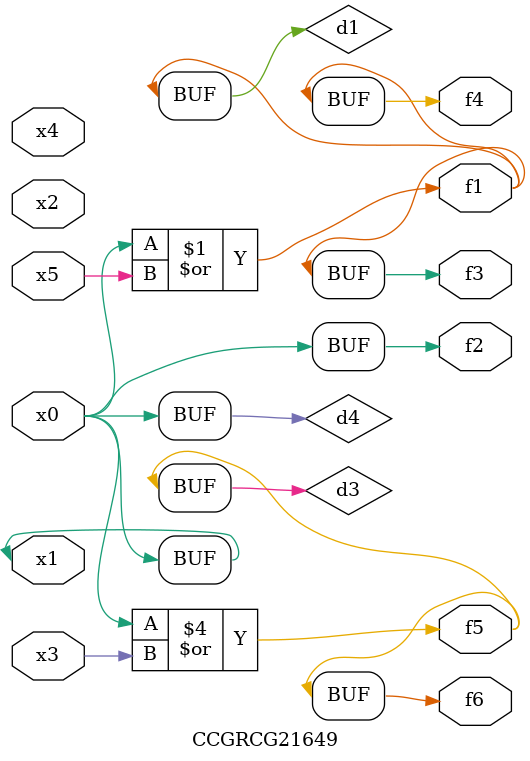
<source format=v>
module CCGRCG21649(
	input x0, x1, x2, x3, x4, x5,
	output f1, f2, f3, f4, f5, f6
);

	wire d1, d2, d3, d4;

	or (d1, x0, x5);
	xnor (d2, x1, x4);
	or (d3, x0, x3);
	buf (d4, x0, x1);
	assign f1 = d1;
	assign f2 = d4;
	assign f3 = d1;
	assign f4 = d1;
	assign f5 = d3;
	assign f6 = d3;
endmodule

</source>
